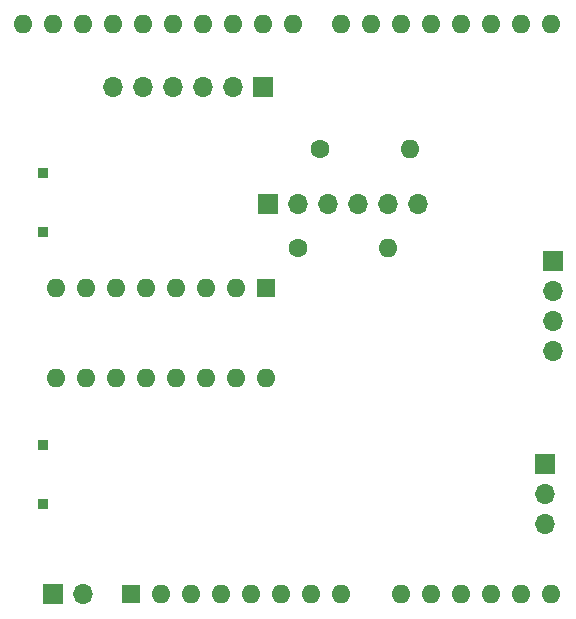
<source format=gbr>
%TF.GenerationSoftware,KiCad,Pcbnew,7.0.2*%
%TF.CreationDate,2023-05-10T18:03:48-05:00*%
%TF.ProjectId,Carro,43617272-6f2e-46b6-9963-61645f706362,rev?*%
%TF.SameCoordinates,Original*%
%TF.FileFunction,Soldermask,Bot*%
%TF.FilePolarity,Negative*%
%FSLAX46Y46*%
G04 Gerber Fmt 4.6, Leading zero omitted, Abs format (unit mm)*
G04 Created by KiCad (PCBNEW 7.0.2) date 2023-05-10 18:03:48*
%MOMM*%
%LPD*%
G01*
G04 APERTURE LIST*
%ADD10R,1.700000X1.700000*%
%ADD11O,1.700000X1.700000*%
%ADD12C,1.600000*%
%ADD13O,1.600000X1.600000*%
%ADD14R,0.850000X0.850000*%
%ADD15R,1.600000X1.600000*%
G04 APERTURE END LIST*
D10*
%TO.C,J1*%
X125857000Y-105664000D03*
D11*
X128397000Y-105664000D03*
%TD*%
D10*
%TO.C,J6*%
X143637000Y-62738000D03*
D11*
X141097000Y-62738000D03*
X138557000Y-62738000D03*
X136017000Y-62738000D03*
X133477000Y-62738000D03*
X130937000Y-62738000D03*
%TD*%
D10*
%TO.C,J4*%
X168148000Y-77470000D03*
D11*
X168148000Y-80010000D03*
X168148000Y-82550000D03*
X168148000Y-85090000D03*
%TD*%
D12*
%TO.C,R1*%
X146558000Y-76327000D03*
D13*
X154178000Y-76327000D03*
%TD*%
D14*
%TO.C,J7*%
X125000000Y-75000000D03*
%TD*%
%TO.C,J2*%
X125000000Y-70000000D03*
%TD*%
D15*
%TO.C,U1*%
X143891000Y-79756000D03*
D13*
X141351000Y-79756000D03*
X138811000Y-79756000D03*
X136271000Y-79756000D03*
X133731000Y-79756000D03*
X131191000Y-79756000D03*
X128651000Y-79756000D03*
X126111000Y-79756000D03*
X126111000Y-87376000D03*
X128651000Y-87376000D03*
X131191000Y-87376000D03*
X133731000Y-87376000D03*
X136271000Y-87376000D03*
X138811000Y-87376000D03*
X141351000Y-87376000D03*
X143891000Y-87376000D03*
%TD*%
D10*
%TO.C,J5*%
X144018000Y-72644000D03*
D11*
X146558000Y-72644000D03*
X149098000Y-72644000D03*
X151638000Y-72644000D03*
X154178000Y-72644000D03*
X156718000Y-72644000D03*
%TD*%
D10*
%TO.C,J3*%
X167513000Y-94615000D03*
D11*
X167513000Y-97155000D03*
X167513000Y-99695000D03*
%TD*%
D14*
%TO.C,J8*%
X125000000Y-93000000D03*
%TD*%
D12*
%TO.C,R2*%
X148463000Y-67945000D03*
D13*
X156083000Y-67945000D03*
%TD*%
D14*
%TO.C,J9*%
X125000000Y-98000000D03*
%TD*%
D15*
%TO.C,A1*%
X132457000Y-105664000D03*
D13*
X134997000Y-105664000D03*
X137537000Y-105664000D03*
X140077000Y-105664000D03*
X142617000Y-105664000D03*
X145157000Y-105664000D03*
X147697000Y-105664000D03*
X150237000Y-105664000D03*
X155317000Y-105664000D03*
X157857000Y-105664000D03*
X160397000Y-105664000D03*
X162937000Y-105664000D03*
X165477000Y-105664000D03*
X168017000Y-105664000D03*
X168017000Y-57404000D03*
X165477000Y-57404000D03*
X162937000Y-57404000D03*
X160397000Y-57404000D03*
X157857000Y-57404000D03*
X155317000Y-57404000D03*
X152777000Y-57404000D03*
X150237000Y-57404000D03*
X146177000Y-57404000D03*
X143637000Y-57404000D03*
X141097000Y-57404000D03*
X138557000Y-57404000D03*
X136017000Y-57404000D03*
X133477000Y-57404000D03*
X130937000Y-57404000D03*
X128397000Y-57404000D03*
X125857000Y-57404000D03*
X123317000Y-57404000D03*
%TD*%
M02*

</source>
